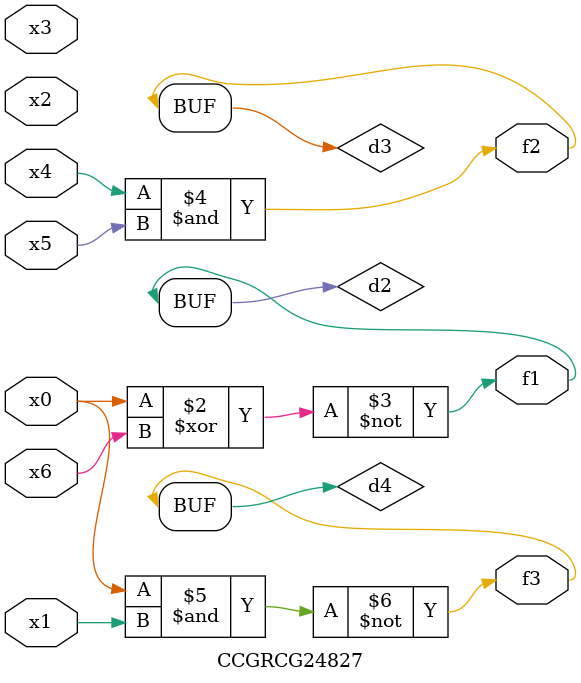
<source format=v>
module CCGRCG24827(
	input x0, x1, x2, x3, x4, x5, x6,
	output f1, f2, f3
);

	wire d1, d2, d3, d4;

	nor (d1, x0);
	xnor (d2, x0, x6);
	and (d3, x4, x5);
	nand (d4, x0, x1);
	assign f1 = d2;
	assign f2 = d3;
	assign f3 = d4;
endmodule

</source>
